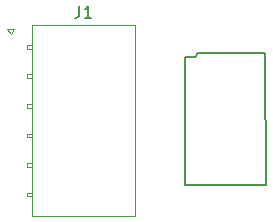
<source format=gto>
G04 #@! TF.GenerationSoftware,KiCad,Pcbnew,8.0.7-8.0.7-0~ubuntu22.04.1*
G04 #@! TF.CreationDate,2024-12-16T06:05:48+00:00*
G04 #@! TF.ProjectId,Test_2,54657374-5f32-42e6-9b69-6361645f7063,rev?*
G04 #@! TF.SameCoordinates,PX85e5580PY67486e0*
G04 #@! TF.FileFunction,Legend,Top*
G04 #@! TF.FilePolarity,Positive*
%FSLAX46Y46*%
G04 Gerber Fmt 4.6, Leading zero omitted, Abs format (unit mm)*
G04 Created by KiCad (PCBNEW 8.0.7-8.0.7-0~ubuntu22.04.1) date 2024-12-16 06:05:48*
%MOMM*%
%LPD*%
G01*
G04 APERTURE LIST*
%ADD10C,0.150000*%
%ADD11C,0.200000*%
%ADD12C,0.120000*%
G04 APERTURE END LIST*
D10*
X9861673Y19931852D02*
X9861673Y19217567D01*
X9861673Y19217567D02*
X9814054Y19074710D01*
X9814054Y19074710D02*
X9718816Y18979471D01*
X9718816Y18979471D02*
X9575959Y18931852D01*
X9575959Y18931852D02*
X9480721Y18931852D01*
X10861673Y18931852D02*
X10290245Y18931852D01*
X10575959Y18931852D02*
X10575959Y19931852D01*
X10575959Y19931852D02*
X10480721Y19788995D01*
X10480721Y19788995D02*
X10385483Y19693757D01*
X10385483Y19693757D02*
X10290245Y19646138D01*
D11*
G04 #@! TO.C,M1*
X18762497Y15624994D02*
X18762497Y4725000D01*
X18762497Y4725000D02*
X25648826Y4725000D01*
X18762500Y15624996D02*
X18762497Y15624994D01*
X18762500Y15624996D02*
X19637494Y15624996D01*
X19912498Y15900000D02*
X19637494Y15624996D01*
X19912498Y15900000D02*
X25609979Y15900000D01*
X25609979Y15900000D02*
X25648826Y4725000D01*
D12*
G04 #@! TO.C,J1*
X3745007Y18000935D02*
X4045007Y17576671D01*
X4045007Y17576671D02*
X4345007Y18000935D01*
X4345007Y18000935D02*
X3745007Y18000935D01*
X5405007Y16616671D02*
X5405007Y16316671D01*
X5405007Y16316671D02*
X5855007Y16316671D01*
X5405007Y14116671D02*
X5405007Y13816671D01*
X5405007Y13816671D02*
X5855007Y13816671D01*
X5405007Y11616671D02*
X5405007Y11316671D01*
X5405007Y11316671D02*
X5855007Y11316671D01*
X5405007Y9116671D02*
X5405007Y8816671D01*
X5405007Y8816671D02*
X5855007Y8816671D01*
X5405007Y6616671D02*
X5405007Y6316671D01*
X5405007Y6316671D02*
X5855007Y6316671D01*
X5405007Y4116671D02*
X5405007Y3816671D01*
X5405007Y3816671D02*
X5855007Y3816671D01*
X5855007Y18296671D02*
X5855007Y2136671D01*
X5855007Y16616671D02*
X5405007Y16616671D01*
X5855007Y16316671D02*
X5855007Y16616671D01*
X5855007Y14116671D02*
X5405007Y14116671D01*
X5855007Y13816671D02*
X5855007Y14116671D01*
X5855007Y11616671D02*
X5405007Y11616671D01*
X5855007Y11316671D02*
X5855007Y11616671D01*
X5855007Y9116671D02*
X5405007Y9116671D01*
X5855007Y8816671D02*
X5855007Y9116671D01*
X5855007Y6616671D02*
X5405007Y6616671D01*
X5855007Y6316671D02*
X5855007Y6616671D01*
X5855007Y4116671D02*
X5405007Y4116671D01*
X5855007Y3816671D02*
X5855007Y4116671D01*
X5855007Y2136671D02*
X14535007Y2136671D01*
X14535007Y18296671D02*
X5855007Y18296671D01*
X14535007Y2136671D02*
X14535007Y18296671D01*
G04 #@! TD*
M02*

</source>
